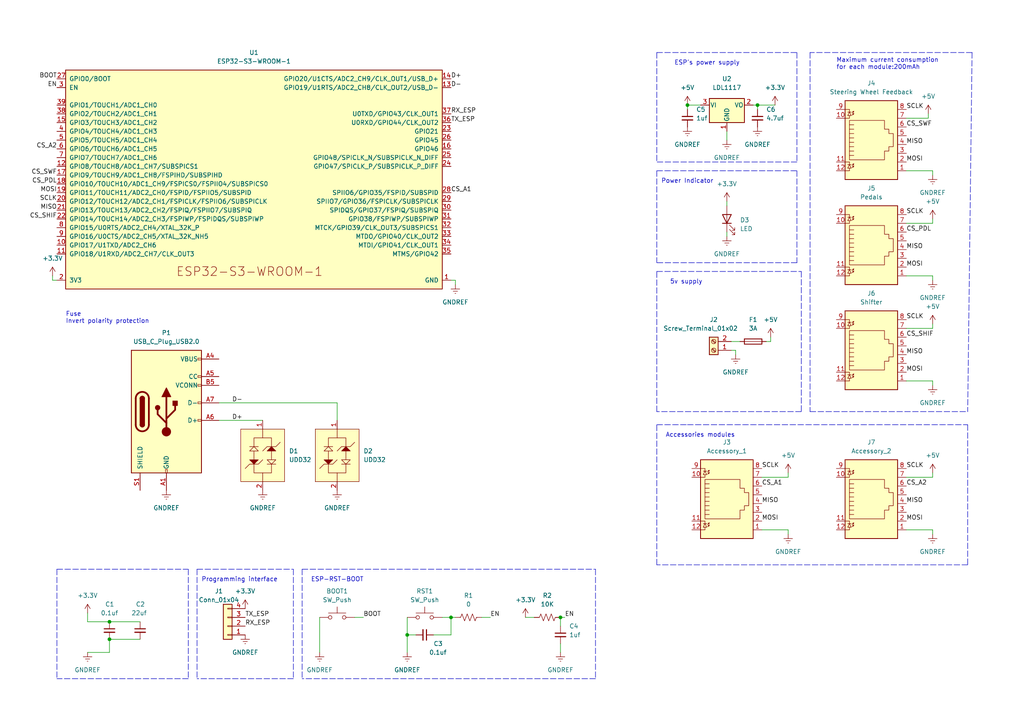
<source format=kicad_sch>
(kicad_sch (version 20211123) (generator eeschema)
  (paper "A4")
  (lib_symbols
    (symbol "CAE32:UDD32"
      (property "Reference" "D" (at 0 7.62 0))
      (property "Value" "UDD32" (at 0 5.08 0))
      (symbol "UDD32_0_1"
        (rectangle (start -7.62 3.81) (end 7.62 -8.89) (fill (type background)))
        (polyline (pts (xy -5.08 -2.54) (xy -7.62 -2.54)))
        (polyline (pts (xy -2.54 -6.35) (xy -2.54 -3.81)))
        (polyline (pts (xy 2.54 1.27) (xy 2.54 -1.27)))
        (polyline (pts (xy 5.08 -2.54) (xy 7.62 -2.54)))
        (polyline (pts (xy -2.54 0) (xy -2.54 -1.27) (xy -1.27 -2.54)))
        (polyline (pts (xy -2.54 0) (xy -2.54 1.27) (xy -3.81 2.54)))
        (polyline (pts (xy 2.54 -5.08) (xy 2.54 -6.35) (xy 3.81 -7.62)))
        (polyline (pts (xy 2.54 -5.08) (xy 2.54 -3.81) (xy 1.27 -2.54)))
        (polyline (pts (xy -2.54 -5.08) (xy -5.08 -5.08) (xy -5.08 0) (xy -2.54 0)))
        (polyline (pts (xy -2.54 0) (xy -1.27 1.27) (xy -1.27 -1.27) (xy -2.54 0)) (fill (type outline)))
        (polyline (pts (xy 2.54 -5.08) (xy 1.27 -6.35) (xy 1.27 -3.81) (xy 2.54 -5.08)) (fill (type outline)))
        (polyline (pts (xy 2.54 0) (xy 5.08 0) (xy 5.08 -5.08) (xy 2.54 -5.08)))
        (polyline (pts (xy -1.27 0) (xy 1.27 0) (xy 1.27 1.27) (xy 2.54 0) (xy 1.27 -1.27) (xy 1.27 0)))
        (polyline (pts (xy 1.27 -5.08) (xy -1.27 -5.08) (xy -1.27 -6.35) (xy -2.54 -5.08) (xy -1.27 -3.81) (xy -1.27 -5.08)))
      )
      (symbol "UDD32_1_1"
        (pin bidirectional line (at -10.16 -2.54 0) (length 2.54) (name "") (number "1"))
        (pin bidirectional line (at 10.16 -2.54 180) (length 2.54) (name "") (number "2"))
      )
    )
    (symbol "Connector:RJ45_LED" (pin_names (offset 1.016))
      (property "Reference" "J" (at -5.08 13.97 0))
      (property "Value" "RJ45_LED" (at 1.27 13.97 0))
      (symbol "RJ45_LED_0_1"
        (polyline (pts (xy -7.62 -7.62) (xy -6.35 -7.62)))
        (polyline (pts (xy -7.62 -5.08) (xy -6.35 -5.08)))
        (polyline (pts (xy -7.62 7.62) (xy -6.35 7.62)))
        (polyline (pts (xy -7.62 10.16) (xy -6.35 10.16)))
        (polyline (pts (xy -6.858 -5.842) (xy -5.842 -5.842)))
        (polyline (pts (xy -6.858 9.398) (xy -5.842 9.398)))
        (polyline (pts (xy -6.35 -7.62) (xy -6.35 -6.858)))
        (polyline (pts (xy -6.35 -5.08) (xy -6.35 -5.842)))
        (polyline (pts (xy -6.35 7.62) (xy -6.35 8.382)))
        (polyline (pts (xy -6.35 10.16) (xy -6.35 9.398)))
        (polyline (pts (xy -5.08 -6.223) (xy -5.207 -6.604)))
        (polyline (pts (xy -5.08 -5.588) (xy -5.207 -5.969)))
        (polyline (pts (xy -5.08 4.445) (xy -6.35 4.445)))
        (polyline (pts (xy -5.08 5.715) (xy -6.35 5.715)))
        (polyline (pts (xy -5.08 9.017) (xy -5.207 8.636)))
        (polyline (pts (xy -5.08 9.652) (xy -5.207 9.271)))
        (polyline (pts (xy -6.35 -3.175) (xy -5.08 -3.175) (xy -5.08 -3.175)))
        (polyline (pts (xy -6.35 -1.905) (xy -5.08 -1.905) (xy -5.08 -1.905)))
        (polyline (pts (xy -6.35 -0.635) (xy -5.08 -0.635) (xy -5.08 -0.635)))
        (polyline (pts (xy -6.35 0.635) (xy -5.08 0.635) (xy -5.08 0.635)))
        (polyline (pts (xy -6.35 1.905) (xy -5.08 1.905) (xy -5.08 1.905)))
        (polyline (pts (xy -5.588 -6.731) (xy -5.08 -6.223) (xy -5.461 -6.35)))
        (polyline (pts (xy -5.588 -6.096) (xy -5.08 -5.588) (xy -5.461 -5.715)))
        (polyline (pts (xy -5.588 8.509) (xy -5.08 9.017) (xy -5.461 8.89)))
        (polyline (pts (xy -5.588 9.144) (xy -5.08 9.652) (xy -5.461 9.525)))
        (polyline (pts (xy -5.08 3.175) (xy -6.35 3.175) (xy -6.35 3.175)))
        (polyline (pts (xy -6.35 -5.842) (xy -6.858 -6.858) (xy -5.842 -6.858) (xy -6.35 -5.842)))
        (polyline (pts (xy -6.35 9.398) (xy -6.858 8.382) (xy -5.842 8.382) (xy -6.35 9.398)))
        (polyline (pts (xy -6.35 -4.445) (xy -6.35 6.985) (xy 3.81 6.985) (xy 3.81 4.445) (xy 5.08 4.445) (xy 5.08 3.175) (xy 6.35 3.175) (xy 6.35 -0.635) (xy 5.08 -0.635) (xy 5.08 -1.905) (xy 3.81 -1.905) (xy 3.81 -4.445) (xy -6.35 -4.445) (xy -6.35 -4.445)))
        (rectangle (start 7.62 12.7) (end -7.62 -10.16) (stroke (width 0.254)) (fill (type background)))
      )
      (symbol "RJ45_LED_1_1"
        (pin passive line (at 10.16 -7.62 180) (length 2.54) (name "~") (number "1"))
        (pin passive line (at -10.16 7.62 0) (length 2.54) (name "~") (number "10"))
        (pin passive line (at -10.16 -5.08 0) (length 2.54) (name "~") (number "11"))
        (pin passive line (at -10.16 -7.62 0) (length 2.54) (name "~") (number "12"))
        (pin passive line (at 10.16 -5.08 180) (length 2.54) (name "~") (number "2"))
        (pin passive line (at 10.16 -2.54 180) (length 2.54) (name "~") (number "3"))
        (pin passive line (at 10.16 0 180) (length 2.54) (name "~") (number "4"))
        (pin passive line (at 10.16 2.54 180) (length 2.54) (name "~") (number "5"))
        (pin passive line (at 10.16 5.08 180) (length 2.54) (name "~") (number "6"))
        (pin passive line (at 10.16 7.62 180) (length 2.54) (name "~") (number "7"))
        (pin passive line (at 10.16 10.16 180) (length 2.54) (name "~") (number "8"))
        (pin passive line (at -10.16 10.16 0) (length 2.54) (name "~") (number "9"))
      )
    )
    (symbol "Connector:Screw_Terminal_01x02" (pin_names (offset 1.016) hide)
      (property "Reference" "J" (at 0 2.54 0))
      (property "Value" "Screw_Terminal_01x02" (at 0 -5.08 0))
      (symbol "Screw_Terminal_01x02_1_1"
        (rectangle (start -1.27 1.27) (end 1.27 -3.81) (stroke (width 0.254)) (fill (type background)))
        (circle (center 0 -2.54) (radius 0.635) (stroke (width 0.1524)))
        (polyline (pts (xy -0.5334 -2.2098) (xy 0.3302 -3.048)) (stroke (width 0.1524)))
        (polyline (pts (xy -0.5334 0.3302) (xy 0.3302 -0.508)) (stroke (width 0.1524)))
        (polyline (pts (xy -0.3556 -2.032) (xy 0.508 -2.8702)) (stroke (width 0.1524)))
        (polyline (pts (xy -0.3556 0.508) (xy 0.508 -0.3302)) (stroke (width 0.1524)))
        (circle (center 0 0) (radius 0.635) (stroke (width 0.1524)))
        (pin passive line (at -5.08 0 0) (length 3.81) (name "Pin_1") (number "1"))
        (pin passive line (at -5.08 -2.54 0) (length 3.81) (name "Pin_2") (number "2"))
      )
    )
    (symbol "Connector:USB_C_Plug_USB2.0" (pin_names (offset 1.016))
      (property "Reference" "P" (at -10.16 19.05 0))
      (property "Value" "USB_C_Plug_USB2.0" (at 12.7 19.05 0))
      (symbol "USB_C_Plug_USB2.0_0_0"
        (rectangle (start -0.254 -17.78) (end 0.254 -16.764))
        (rectangle (start 10.16 -2.286) (end 9.144 -2.794))
        (rectangle (start 10.16 2.794) (end 9.144 2.286))
        (rectangle (start 10.16 7.874) (end 9.144 7.366))
        (rectangle (start 10.16 10.414) (end 9.144 9.906))
        (rectangle (start 10.16 15.494) (end 9.144 14.986))
      )
      (symbol "USB_C_Plug_USB2.0_0_1"
        (rectangle (start -10.16 17.78) (end 10.16 -17.78) (stroke (width 0.254)) (fill (type background)))
        (arc (start -8.89 -3.81) (mid -6.985 -5.715) (end -5.08 -3.81) (stroke (width 0.508)))
        (arc (start -7.62 -3.81) (mid -6.985 -4.445) (end -6.35 -3.81) (stroke (width 0.254)))
        (arc (start -7.62 -3.81) (mid -6.985 -4.445) (end -6.35 -3.81) (stroke (width 0.254)) (fill (type outline)))
        (rectangle (start -7.62 -3.81) (end -6.35 3.81) (stroke (width 0.254)) (fill (type outline)))
        (arc (start -6.35 3.81) (mid -6.985 4.445) (end -7.62 3.81) (stroke (width 0.254)))
        (arc (start -6.35 3.81) (mid -6.985 4.445) (end -7.62 3.81) (stroke (width 0.254)) (fill (type outline)))
        (arc (start -5.08 3.81) (mid -6.985 5.715) (end -8.89 3.81) (stroke (width 0.508)))
        (circle (center -2.54 1.143) (radius 0.635) (stroke (width 0.254)) (fill (type outline)))
        (circle (center 0 -5.842) (radius 1.27) (fill (type outline)))
        (polyline (pts (xy -8.89 -3.81) (xy -8.89 3.81)) (stroke (width 0.508)))
        (polyline (pts (xy -5.08 3.81) (xy -5.08 -3.81)) (stroke (width 0.508)))
        (polyline (pts (xy 0 -5.842) (xy 0 4.318)) (stroke (width 0.508)))
        (polyline (pts (xy 0 -3.302) (xy -2.54 -0.762) (xy -2.54 0.508)) (stroke (width 0.508)))
        (polyline (pts (xy 0 -2.032) (xy 2.54 0.508) (xy 2.54 1.778)) (stroke (width 0.508)))
        (polyline (pts (xy -1.27 4.318) (xy 0 6.858) (xy 1.27 4.318) (xy -1.27 4.318)) (stroke (width 0.254)) (fill (type outline)))
        (rectangle (start 1.905 1.778) (end 3.175 3.048) (stroke (width 0.254)) (fill (type outline)))
      )
      (symbol "USB_C_Plug_USB2.0_1_1"
        (pin passive line (at 0 -22.86 90) (length 5.08) (name "GND") (number "A1"))
        (pin passive line (at 0 -22.86 90) (length 5.08) hide (name "GND") (number "A12"))
        (pin passive line (at 15.24 15.24 180) (length 5.08) (name "VBUS") (number "A4"))
        (pin bidirectional line (at 15.24 10.16 180) (length 5.08) (name "CC") (number "A5"))
        (pin bidirectional line (at 15.24 -2.54 180) (length 5.08) (name "D+") (number "A6"))
        (pin bidirectional line (at 15.24 2.54 180) (length 5.08) (name "D-") (number "A7"))
        (pin passive line (at 15.24 15.24 180) (length 5.08) hide (name "VBUS") (number "A9"))
        (pin passive line (at 0 -22.86 90) (length 5.08) hide (name "GND") (number "B1"))
        (pin passive line (at 0 -22.86 90) (length 5.08) hide (name "GND") (number "B12"))
        (pin passive line (at 15.24 15.24 180) (length 5.08) hide (name "VBUS") (number "B4"))
        (pin bidirectional line (at 15.24 7.62 180) (length 5.08) (name "VCONN") (number "B5"))
        (pin passive line (at 15.24 15.24 180) (length 5.08) hide (name "VBUS") (number "B9"))
        (pin passive line (at -7.62 -22.86 90) (length 5.08) (name "SHIELD") (number "S1"))
      )
    )
    (symbol "Connector_Generic:Conn_01x04" (pin_names (offset 1.016) hide)
      (property "Reference" "J" (at 0 5.08 0))
      (property "Value" "Conn_01x04" (at 0 -7.62 0))
      (symbol "Conn_01x04_1_1"
        (rectangle (start -1.27 -4.953) (end 0 -5.207) (stroke (width 0.1524)))
        (rectangle (start -1.27 -2.413) (end 0 -2.667) (stroke (width 0.1524)))
        (rectangle (start -1.27 0.127) (end 0 -0.127) (stroke (width 0.1524)))
        (rectangle (start -1.27 2.667) (end 0 2.413) (stroke (width 0.1524)))
        (rectangle (start -1.27 3.81) (end 1.27 -6.35) (stroke (width 0.254)) (fill (type background)))
        (pin passive line (at -5.08 2.54 0) (length 3.81) (name "Pin_1") (number "1"))
        (pin passive line (at -5.08 0 0) (length 3.81) (name "Pin_2") (number "2"))
        (pin passive line (at -5.08 -2.54 0) (length 3.81) (name "Pin_3") (number "3"))
        (pin passive line (at -5.08 -5.08 0) (length 3.81) (name "Pin_4") (number "4"))
      )
    )
    (symbol "Device:C_Small" (pin_numbers hide) (pin_names (offset 0.254) hide)
      (property "Reference" "C" (at 0.254 1.778 0))
      (property "Value" "C_Small" (at 0.254 -2.032 0))
      (symbol "C_Small_0_1"
        (polyline (pts (xy -1.524 -0.508) (xy 1.524 -0.508)) (stroke (width 0.3302)))
        (polyline (pts (xy -1.524 0.508) (xy 1.524 0.508)) (stroke (width 0.3048)))
      )
      (symbol "C_Small_1_1"
        (pin passive line (at 0 2.54 270) (length 2.032) (name "~") (number "1"))
        (pin passive line (at 0 -2.54 90) (length 2.032) (name "~") (number "2"))
      )
    )
    (symbol "Device:Fuse" (pin_numbers hide) (pin_names (offset 0))
      (property "Reference" "F" (at 2.032 0 90))
      (property "Value" "Fuse" (at -1.905 0 90))
      (symbol "Fuse_0_1"
        (rectangle (start -0.762 -2.54) (end 0.762 2.54) (stroke (width 0.254)))
        (polyline (pts (xy 0 2.54) (xy 0 -2.54)))
      )
      (symbol "Fuse_1_1"
        (pin passive line (at 0 3.81 270) (length 1.27) (name "~") (number "1"))
        (pin passive line (at 0 -3.81 90) (length 1.27) (name "~") (number "2"))
      )
    )
    (symbol "Device:LED" (pin_numbers hide) (pin_names (offset 1.016) hide)
      (property "Reference" "D" (at 0 2.54 0))
      (property "Value" "LED" (at 0 -2.54 0))
      (symbol "LED_0_1"
        (polyline (pts (xy -1.27 -1.27) (xy -1.27 1.27)) (stroke (width 0.254)))
        (polyline (pts (xy -1.27 0) (xy 1.27 0)))
        (polyline (pts (xy 1.27 -1.27) (xy 1.27 1.27) (xy -1.27 0) (xy 1.27 -1.27)) (stroke (width 0.254)))
        (polyline (pts (xy -3.048 -0.762) (xy -4.572 -2.286) (xy -3.81 -2.286) (xy -4.572 -2.286) (xy -4.572 -1.524)))
        (polyline (pts (xy -1.778 -0.762) (xy -3.302 -2.286) (xy -2.54 -2.286) (xy -3.302 -2.286) (xy -3.302 -1.524)))
      )
      (symbol "LED_1_1"
        (pin passive line (at -3.81 0 0) (length 2.54) (name "K") (number "1"))
        (pin passive line (at 3.81 0 180) (length 2.54) (name "A") (number "2"))
      )
    )
    (symbol "Device:R_US" (pin_numbers hide) (pin_names (offset 0))
      (property "Reference" "R" (at 2.54 0 90))
      (property "Value" "R_US" (at -2.54 0 90))
      (symbol "R_US_0_1"
        (polyline (pts (xy 0 -2.286) (xy 0 -2.54)))
        (polyline (pts (xy 0 2.286) (xy 0 2.54)))
        (polyline (pts (xy 0 -0.762) (xy 1.016 -1.143) (xy 0 -1.524) (xy -1.016 -1.905) (xy 0 -2.286)))
        (polyline (pts (xy 0 0.762) (xy 1.016 0.381) (xy 0 0) (xy -1.016 -0.381) (xy 0 -0.762)))
        (polyline (pts (xy 0 2.286) (xy 1.016 1.905) (xy 0 1.524) (xy -1.016 1.143) (xy 0 0.762)))
      )
      (symbol "R_US_1_1"
        (pin passive line (at 0 3.81 270) (length 1.27) (name "~") (number "1"))
        (pin passive line (at 0 -3.81 90) (length 1.27) (name "~") (number "2"))
      )
    )
    (symbol "Espressif:ESP32-S3-WROOM-1" (pin_names (offset 1.016))
      (property "Reference" "U" (at -53.34 38.1 0))
      (property "Value" "ESP32-S3-WROOM-1" (at -53.34 35.56 0))
      (symbol "ESP32-S3-WROOM-1_0_0"
        (rectangle (start -53.34 33.02) (end 55.88 -30.48) (stroke (width 0.254)) (fill (type background)))
        (text "ESP32-S3-WROOM-1" (at 0 -25.4 0) (effects (font (size 2.54 2.54))))
        (pin power_in line (at 58.42 -27.94 180) (length 2.54) (name "GND") (number "1"))
        (pin bidirectional line (at -55.88 -17.78 0) (length 2.54) (name "GPIO17/U1TXD/ADC2_CH6") (number "10"))
        (pin bidirectional line (at -55.88 -20.32 0) (length 2.54) (name "GPIO18/U1RXD/ADC2_CH7/CLK_OUT3") (number "11"))
        (pin bidirectional line (at -55.88 5.08 0) (length 2.54) (name "GPIO8/TOUCH8/ADC1_CH7/SUBSPICS1") (number "12"))
        (pin bidirectional line (at 58.42 27.94 180) (length 2.54) (name "GPIO19/U1RTS/ADC2_CH8/CLK_OUT2/USB_D-") (number "13"))
        (pin bidirectional line (at 58.42 30.48 180) (length 2.54) (name "GPIO20/U1CTS/ADC2_CH9/CLK_OUT1/USB_D+") (number "14"))
        (pin bidirectional line (at -55.88 17.78 0) (length 2.54) (name "GPIO3/TOUCH3/ADC1_CH2") (number "15"))
        (pin bidirectional line (at 58.42 10.16 180) (length 2.54) (name "GPIO46") (number "16"))
        (pin bidirectional line (at -55.88 2.54 0) (length 2.54) (name "GPIO9/TOUCH9/ADC1_CH8/FSPIHD/SUBSPIHD") (number "17"))
        (pin bidirectional line (at -55.88 0 0) (length 2.54) (name "GPIO10/TOUCH10/ADC1_CH9/FSPICS0/FSPIIO4/SUBSPICS0") (number "18"))
        (pin bidirectional line (at -55.88 -2.54 0) (length 2.54) (name "GPIO11/TOUCH11/ADC2_CH0/FSPID/FSPIIO5/SUBSPID") (number "19"))
        (pin power_in line (at -55.88 -27.94 0) (length 2.54) (name "3V3") (number "2"))
        (pin bidirectional line (at -55.88 -5.08 0) (length 2.54) (name "GPIO12/TOUCH12/ADC2_CH1/FSPICLK/FSPIIO6/SUBSPICLK") (number "20"))
        (pin bidirectional line (at -55.88 -7.62 0) (length 2.54) (name "GPIO13/TOUCH13/ADC2_CH2/FSPIQ/FSPIIO7/SUBSPIQ") (number "21"))
        (pin bidirectional line (at -55.88 -10.16 0) (length 2.54) (name "GPIO14/TOUCH14/ADC2_CH3/FSPIWP/FSPIDQS/SUBSPIWP") (number "22"))
        (pin bidirectional line (at 58.42 15.24 180) (length 2.54) (name "GPIO21") (number "23"))
        (pin bidirectional line (at 58.42 5.08 180) (length 2.54) (name "GPIO47/SPICLK_P/SUBSPICLK_P_DIFF") (number "24"))
        (pin bidirectional line (at 58.42 7.62 180) (length 2.54) (name "GPIO48/SPICLK_N/SUBSPICLK_N_DIFF") (number "25"))
        (pin bidirectional line (at 58.42 12.7 180) (length 2.54) (name "GPIO45") (number "26"))
        (pin bidirectional line (at -55.88 30.48 0) (length 2.54) (name "GPIO0/BOOT") (number "27"))
        (pin bidirectional line (at 58.42 -2.54 180) (length 2.54) (name "SPIIO6/GPIO35/FSPID/SUBSPID") (number "28"))
        (pin bidirectional line (at 58.42 -5.08 180) (length 2.54) (name "SPIIO7/GPIO36/FSPICLK/SUBSPICLK") (number "29"))
        (pin input line (at -55.88 27.94 0) (length 2.54) (name "EN") (number "3"))
        (pin bidirectional line (at 58.42 -7.62 180) (length 2.54) (name "SPIDQS/GPIO37/FSPIQ/SUBSPIQ") (number "30"))
        (pin bidirectional line (at 58.42 -10.16 180) (length 2.54) (name "GPIO38/FSPIWP/SUBSPIWP") (number "31"))
        (pin bidirectional line (at 58.42 -12.7 180) (length 2.54) (name "MTCK/GPIO39/CLK_OUT3/SUBSPICS1") (number "32"))
        (pin bidirectional line (at 58.42 -15.24 180) (length 2.54) (name "MTDO/GPIO40/CLK_OUT2") (number "33"))
        (pin bidirectional line (at 58.42 -17.78 180) (length 2.54) (name "MTDI/GPIO41/CLK_OUT1") (number "34"))
        (pin bidirectional line (at 58.42 -20.32 180) (length 2.54) (name "MTMS/GPIO42") (number "35"))
        (pin bidirectional line (at 58.42 17.78 180) (length 2.54) (name "U0RXD/GPIO44/CLK_OUT2") (number "36"))
        (pin bidirectional line (at 58.42 20.32 180) (length 2.54) (name "U0TXD/GPIO43/CLK_OUT1") (number "37"))
        (pin bidirectional line (at -55.88 20.32 0) (length 2.54) (name "GPIO2/TOUCH2/ADC1_CH1") (number "38"))
        (pin bidirectional line (at -55.88 22.86 0) (length 2.54) (name "GPIO1/TOUCH1/ADC1_CH0") (number "39"))
        (pin bidirectional line (at -55.88 15.24 0) (length 2.54) (name "GPIO4/TOUCH4/ADC1_CH3") (number "4"))
        (pin passive line (at 58.42 -27.94 180) (length 2.54) hide (name "GND") (number "40"))
        (pin passive line (at 58.42 -27.94 180) (length 2.54) hide (name "GND") (number "41"))
        (pin bidirectional line (at -55.88 12.7 0) (length 2.54) (name "GPIO5/TOUCH5/ADC1_CH4") (number "5"))
        (pin bidirectional line (at -55.88 10.16 0) (length 2.54) (name "GPIO6/TOUCH6/ADC1_CH5") (number "6"))
        (pin bidirectional line (at -55.88 7.62 0) (length 2.54) (name "GPIO7/TOUCH7/ADC1_CH6") (number "7"))
        (pin bidirectional line (at -55.88 -12.7 0) (length 2.54) (name "GPIO15/U0RTS/ADC2_CH4/XTAL_32K_P") (number "8"))
        (pin bidirectional line (at -55.88 -15.24 0) (length 2.54) (name "GPIO16/U0CTS/ADC2_CH5/XTAL_32K_NH5") (number "9"))
      )
    )
    (symbol "Regulator_Linear:AP1117-33" (pin_names (offset 0.254))
      (property "Reference" "U" (at -3.81 3.175 0))
      (property "Value" "AP1117-33" (at 0 3.175 0))
      (symbol "AP1117-33_0_1"
        (rectangle (start -5.08 -5.08) (end 5.08 1.905) (stroke (width 0.254)) (fill (type background)))
      )
      (symbol "AP1117-33_1_1"
        (pin power_in line (at 0 -7.62 90) (length 2.54) (name "GND") (number "1"))
        (pin power_out line (at 7.62 0 180) (length 2.54) (name "VO") (number "2"))
        (pin power_in line (at -7.62 0 0) (length 2.54) (name "VI") (number "3"))
      )
    )
    (symbol "Switch:SW_Push" (pin_numbers hide) (pin_names (offset 1.016) hide)
      (property "Reference" "SW" (at 1.27 2.54 0))
      (property "Value" "SW_Push" (at 0 -1.524 0))
      (symbol "SW_Push_0_1"
        (circle (center -2.032 0) (radius 0.508))
        (polyline (pts (xy 0 1.27) (xy 0 3.048)))
        (polyline (pts (xy 2.54 1.27) (xy -2.54 1.27)))
        (circle (center 2.032 0) (radius 0.508))
        (pin passive line (at -5.08 0 0) (length 2.54) (name "1") (number "1"))
        (pin passive line (at 5.08 0 180) (length 2.54) (name "2") (number "2"))
      )
    )
    (symbol "power:+3.3V" (power) (pin_names (offset 0))
      (property "Value" "+3.3V" (at 0 3.556 0))
      (symbol "+3.3V_0_1"
        (polyline (pts (xy -0.762 1.27) (xy 0 2.54)))
        (polyline (pts (xy 0 0) (xy 0 2.54)))
        (polyline (pts (xy 0 2.54) (xy 0.762 1.27)))
      )
      (symbol "+3.3V_1_1"
        (pin power_in line (at 0 0 90) (length 0) hide (name "+3.3V") (number "1"))
      )
    )
    (symbol "power:+5V" (power) (pin_names (offset 0))
      (property "Value" "+5V" (at 0 3.556 0))
      (symbol "+5V_0_1"
        (polyline (pts (xy -0.762 1.27) (xy 0 2.54)))
        (polyline (pts (xy 0 0) (xy 0 2.54)))
        (polyline (pts (xy 0 2.54) (xy 0.762 1.27)))
      )
      (symbol "+5V_1_1"
        (pin power_in line (at 0 0 90) (length 0) hide (name "+5V") (number "1"))
      )
    )
    (symbol "power:GNDREF" (power) (pin_names (offset 0))
      (property "Value" "GNDREF" (at 0 -3.81 0))
      (symbol "GNDREF_0_1"
        (polyline (pts (xy -0.635 -1.905) (xy 0.635 -1.905)))
        (polyline (pts (xy -0.127 -2.54) (xy 0.127 -2.54)))
        (polyline (pts (xy 0 -1.27) (xy 0 0)))
        (polyline (pts (xy 1.27 -1.27) (xy -1.27 -1.27)))
      )
      (symbol "GNDREF_1_1"
        (pin power_in line (at 0 0 270) (length 0) hide (name "GNDREF") (number "1"))
      )
    )
  )
  (junction (at 162.56 179.07))
  (junction (at 31.75 180.34))
  (junction (at 219.71 30.48))
  (junction (at 199.39 30.48))
  (junction (at 118.11 184.15))
  (junction (at 130.81 179.07))
  (junction (at 31.75 185.42))
  (wire (pts (xy 228.6 153.67) (xy 228.6 154.94)))
  (wire (pts (xy 31.75 180.34) (xy 40.64 180.34)))
  (polyline (pts (xy 190.5 123.19) (xy 199.39 123.19)))
  (polyline (pts (xy 85.09 165.1) (xy 85.09 196.85)))
  (wire (pts (xy 199.39 30.48) (xy 199.39 31.75)))
  (wire (pts (xy 213.36 102.87) (xy 213.36 101.6)))
  (wire (pts (xy 132.08 82.55) (xy 132.08 81.28)))
  (polyline (pts (xy 190.5 163.83) (xy 190.5 123.19)))
  (polyline (pts (xy 234.95 119.38) (xy 280.67 119.38)))
  (polyline (pts (xy 54.61 196.85) (xy 16.51 196.85)))
  (wire (pts (xy 212.09 99.06) (xy 214.63 99.06)))
  (wire (pts (xy 223.52 99.06) (xy 223.52 97.79)))
  (wire (pts (xy 210.82 67.31) (xy 210.82 68.58)))
  (polyline (pts (xy 190.5 15.24) (xy 190.5 46.99)))
  (wire (pts (xy 15.24 80.01) (xy 15.24 81.28)))
  (polyline (pts (xy 231.14 46.99) (xy 190.5 46.99)))
  (wire (pts (xy 118.11 184.15) (xy 118.11 189.23)))
  (polyline (pts (xy 234.95 15.24) (xy 234.95 119.38)))
  (wire (pts (xy 130.81 184.15) (xy 130.81 179.07)))
  (wire (pts (xy 31.75 185.42) (xy 40.64 185.42)))
  (wire (pts (xy 31.75 189.23) (xy 31.75 185.42)))
  (polyline (pts (xy 190.5 15.24) (xy 231.14 15.24)))
  (wire (pts (xy 199.39 30.48) (xy 203.2 30.48)))
  (wire (pts (xy 270.51 138.43) (xy 262.89 138.43)))
  (wire (pts (xy 25.4 177.8) (xy 25.4 180.34)))
  (polyline (pts (xy 280.67 123.19) (xy 280.67 163.83)))
  (wire (pts (xy 210.82 38.1) (xy 210.82 40.64)))
  (polyline (pts (xy 87.63 165.1) (xy 172.72 165.1)))
  (wire (pts (xy 228.6 138.43) (xy 220.98 138.43)))
  (polyline (pts (xy 232.41 78.74) (xy 232.41 119.38)))
  (wire (pts (xy 270.51 63.5) (xy 270.51 64.77)))
  (wire (pts (xy 162.56 179.07) (xy 163.83 179.07)))
  (wire (pts (xy 92.71 179.07) (xy 92.71 189.23)))
  (wire (pts (xy 220.98 153.67) (xy 228.6 153.67)))
  (wire (pts (xy 270.51 49.53) (xy 270.51 50.8)))
  (wire (pts (xy 139.7 179.07) (xy 142.24 179.07)))
  (wire (pts (xy 25.4 189.23) (xy 31.75 189.23)))
  (wire (pts (xy 270.51 137.16) (xy 270.51 138.43)))
  (wire (pts (xy 118.11 179.07) (xy 118.11 184.15)))
  (wire (pts (xy 262.89 80.01) (xy 270.51 80.01)))
  (wire (pts (xy 15.24 81.28) (xy 16.51 81.28)))
  (wire (pts (xy 262.89 64.77) (xy 270.51 64.77)))
  (wire (pts (xy 130.81 179.07) (xy 132.08 179.07)))
  (polyline (pts (xy 281.94 15.24) (xy 280.67 119.38)))
  (wire (pts (xy 262.89 49.53) (xy 270.51 49.53)))
  (wire (pts (xy 270.51 111.76) (xy 270.51 110.49)))
  (wire (pts (xy 132.08 81.28) (xy 130.81 81.28)))
  (wire (pts (xy 118.11 184.15) (xy 120.65 184.15)))
  (wire (pts (xy 219.71 30.48) (xy 224.79 30.48)))
  (wire (pts (xy 270.51 153.67) (xy 270.51 154.94)))
  (wire (pts (xy 270.51 110.49) (xy 262.89 110.49)))
  (wire (pts (xy 25.4 180.34) (xy 31.75 180.34)))
  (wire (pts (xy 218.44 30.48) (xy 219.71 30.48)))
  (polyline (pts (xy 190.5 119.38) (xy 190.5 78.74)))
  (wire (pts (xy 219.71 30.48) (xy 219.71 31.75)))
  (polyline (pts (xy 172.72 165.1) (xy 172.72 196.85)))
  (polyline (pts (xy 85.09 196.85) (xy 57.15 196.85)))
  (polyline (pts (xy 87.63 165.1) (xy 87.63 196.85)))
  (wire (pts (xy 262.89 95.25) (xy 270.51 95.25)))
  (polyline (pts (xy 54.61 165.1) (xy 54.61 196.85)))
  (polyline (pts (xy 16.51 165.1) (xy 54.61 165.1)))
  (wire (pts (xy 152.4 179.07) (xy 154.94 179.07)))
  (polyline (pts (xy 281.94 15.24) (xy 234.95 15.24)))
  (wire (pts (xy 63.5 121.92) (xy 76.2 121.92)))
  (polyline (pts (xy 199.39 123.19) (xy 280.67 123.19)))
  (polyline (pts (xy 57.15 165.1) (xy 57.15 196.85)))
  (wire (pts (xy 270.51 80.01) (xy 270.51 81.28)))
  (wire (pts (xy 210.82 58.42) (xy 210.82 59.69)))
  (wire (pts (xy 270.51 95.25) (xy 270.51 93.98)))
  (polyline (pts (xy 16.51 165.1) (xy 16.51 196.85)))
  (polyline (pts (xy 172.72 196.85) (xy 87.63 196.85)))
  (polyline (pts (xy 190.5 49.53) (xy 231.14 49.53)))
  (polyline (pts (xy 231.14 15.24) (xy 231.14 46.99)))
  (polyline (pts (xy 190.5 78.74) (xy 190.5 78.74)))
  (wire (pts (xy 162.56 186.69) (xy 162.56 189.23)))
  (polyline (pts (xy 57.15 165.1) (xy 85.09 165.1)))
  (wire (pts (xy 262.89 153.67) (xy 270.51 153.67)))
  (wire (pts (xy 262.89 34.29) (xy 269.24 34.29)))
  (polyline (pts (xy 231.14 76.2) (xy 190.5 76.2)))
  (wire (pts (xy 125.73 184.15) (xy 130.81 184.15)))
  (wire (pts (xy 228.6 137.16) (xy 228.6 138.43)))
  (polyline (pts (xy 190.5 49.53) (xy 190.5 76.2)))
  (wire (pts (xy 162.56 179.07) (xy 162.56 181.61)))
  (wire (pts (xy 269.24 34.29) (xy 269.24 33.02)))
  (wire (pts (xy 222.25 99.06) (xy 223.52 99.06)))
  (wire (pts (xy 97.79 116.84) (xy 97.79 121.92)))
  (polyline (pts (xy 232.41 119.38) (xy 190.5 119.38)))
  (wire (pts (xy 102.87 179.07) (xy 105.41 179.07)))
  (polyline (pts (xy 231.14 49.53) (xy 231.14 76.2)))
  (wire (pts (xy 128.27 179.07) (xy 130.81 179.07)))
  (wire (pts (xy 213.36 101.6) (xy 212.09 101.6)))
  (polyline (pts (xy 190.5 78.74) (xy 232.41 78.74)))
  (polyline (pts (xy 280.67 163.83) (xy 190.5 163.83)))
  (wire (pts (xy 63.5 116.84) (xy 97.79 116.84)))
  (text "Fuse\nInvert polarity protection" (at 19.05 93.98 0) (effects (font (size 1.27 1.27)) (justify left bottom)))
  (text "Maximum current consumption\nfor each module:200mAh" (at 242.57 20.32 0) (effects (font (size 1.27 1.27)) (justify left bottom)))
  (text "Power Indicator" (at 191.77 53.34 0) (effects (font (size 1.27 1.27)) (justify left bottom)))
  (text "Accessories modules" (at 193.04 127 0) (effects (font (size 1.27 1.27)) (justify left bottom)))
  (text "5v supply" (at 194.31 82.55 0) (effects (font (size 1.27 1.27)) (justify left bottom)))
  (text "Programming interface" (at 58.42 168.91 0) (effects (font (size 1.27 1.27)) (justify left bottom)))
  (text "ESP's power supply" (at 195.58 19.05 0) (effects (font (size 1.27 1.27)) (justify left bottom)))
  (text "ESP-RST-BOOT\n" (at 90.17 168.91 0) (effects (font (size 1.27 1.27)) (justify left bottom)))
  (label "D-" (at 67.31 116.84 0))
  (label "SCLK" (at 262.89 135.89 0))
  (label "CS_PDL" (at 262.89 67.31 0))
  (label "MOSI" (at 262.89 77.47 0))
  (label "SCLK" (at 16.51 58.42 180))
  (label "CS_SHIF" (at 16.51 63.5 180))
  (label "BOOT" (at 105.41 179.07 0))
  (label "RX_ESP" (at 71.12 181.61 0))
  (label "BOOT" (at 16.51 22.86 180))
  (label "CS_A2" (at 16.51 43.18 180))
  (label "SCLK" (at 262.89 62.23 0))
  (label "MISO" (at 220.98 146.05 0))
  (label "MISO" (at 262.89 146.05 0))
  (label "TX_ESP" (at 130.81 35.56 0))
  (label "EN" (at 142.24 179.07 0))
  (label "MOSI" (at 262.89 107.95 0))
  (label "D+" (at 130.81 22.86 0))
  (label "CS_SWF" (at 262.89 36.83 0))
  (label "SCLK" (at 262.89 92.71 0))
  (label "TX_ESP" (at 71.12 179.07 0))
  (label "CS_A2" (at 262.89 140.97 0))
  (label "D+" (at 67.31 121.92 0))
  (label "MOSI" (at 262.89 46.99 0))
  (label "EN" (at 16.51 25.4 180))
  (label "MISO" (at 262.89 41.91 0))
  (label "CS_A1" (at 130.81 55.88 0))
  (label "SCLK" (at 220.98 135.89 0))
  (label "SCLK" (at 262.89 31.75 0))
  (label "CS_PDL" (at 16.51 53.34 180))
  (label "CS_SWF" (at 16.51 50.8 180))
  (label "CS_SHIF" (at 262.89 97.79 0))
  (label "MOSI" (at 262.89 151.13 0))
  (label "D-" (at 130.81 25.4 0))
  (label "CS_A1" (at 220.98 140.97 0))
  (label "EN" (at 163.83 179.07 0))
  (label "MISO" (at 262.89 102.87 0))
  (label "MISO" (at 16.51 60.96 180))
  (label "MISO" (at 262.89 72.39 0))
  (label "MOSI" (at 16.51 55.88 180))
  (label "RX_ESP" (at 130.81 33.02 0))
  (label "MOSI" (at 220.98 151.13 0))
  (symbol (lib_id "Device:LED") (at 210.82 63.5 90) (unit 1)
    (property "Reference" "D3" (at 214.63 63.8174 90) (effects (justify right)))
    (property "Value" "LED" (at 214.63 66.3574 90) (effects (justify right)))
    (property "Footprint" "LED_SMD:LED_0805_2012Metric_Pad1.15x1.40mm_HandSolder" (effects hide))
  )
  (symbol (lib_id "Device:C_Small") (at 40.64 182.88 0) (unit 1)
    (property "Reference" "C2" (at 39.37 175.26 0) (effects (justify left)))
    (property "Value" "22uf" (at 38.1 177.8 0) (effects (justify left)))
    (property "Footprint" "Capacitor_SMD:C_0805_2012Metric_Pad1.18x1.45mm_HandSolder" (effects hide))
  )
  (symbol (lib_id "power:GNDREF") (at 219.71 36.83 0) (unit 1)
    (property "Reference" "#PWR020" (effects hide))
    (property "Value" "GNDREF" (at 219.71 41.91 0))
  )
  (symbol (lib_id "power:GNDREF") (at 210.82 40.64 0) (unit 1)
    (property "Reference" "#PWR016" (effects hide))
    (property "Value" "GNDREF" (at 210.82 45.72 0))
  )
  (symbol (lib_id "Regulator_Linear:AP1117-33") (at 210.82 30.48 0) (unit 1)
    (property "Reference" "U2" (at 210.82 22.86 0))
    (property "Value" "LDL1117" (at 210.82 25.4 0))
    (property "Footprint" "Package_TO_SOT_SMD:SOT-223-3_TabPin2" (effects hide))
    (property "Datasheet" "http://www.diodes.com/datasheets/AP1117.pdf" (effects hide))
  )
  (symbol (lib_id "power:GNDREF") (at 213.36 102.87 0) (unit 1)
    (property "Reference" "#PWR019" (effects hide))
    (property "Value" "GNDREF" (at 213.36 107.95 0))
  )
  (symbol (lib_id "power:GNDREF") (at 270.51 81.28 0) (unit 1)
    (property "Reference" "#PWR028" (effects hide))
    (property "Value" "GNDREF" (at 270.51 86.36 0))
  )
  (symbol (lib_id "Device:C_Small") (at 219.71 34.29 0) (unit 1)
    (property "Reference" "C6" (at 222.25 31.75 0) (effects (justify left)))
    (property "Value" "4.7uf" (at 222.25 34.29 0) (effects (justify left)))
    (property "Footprint" "Capacitor_SMD:C_0805_2012Metric_Pad1.18x1.45mm_HandSolder" (effects hide))
  )
  (symbol (lib_id "power:GNDREF") (at 162.56 189.23 0) (unit 1)
    (property "Reference" "#PWR013" (effects hide))
    (property "Value" "GNDREF" (at 162.56 194.31 0))
  )
  (symbol (lib_id "Device:C_Small") (at 31.75 182.88 0) (unit 1)
    (property "Reference" "C1" (at 30.48 175.26 0) (effects (justify left)))
    (property "Value" "0.1uf" (at 29.21 177.8 0) (effects (justify left)))
    (property "Footprint" "Capacitor_SMD:C_0805_2012Metric_Pad1.18x1.45mm_HandSolder" (effects hide))
  )
  (symbol (lib_id "Connector_Generic:Conn_01x04") (at 66.04 181.61 180) (unit 1)
    (property "Reference" "J1" (at 63.5 171.45 0))
    (property "Value" "Conn_01x04" (at 63.5 173.99 0))
    (property "Footprint" "Connector_PinHeader_2.54mm:PinHeader_1x04_P2.54mm_Vertical" (effects hide))
  )
  (symbol (lib_id "Device:R_US") (at 158.75 179.07 90) (unit 1)
    (property "Reference" "R2" (at 158.75 172.72 90))
    (property "Value" "10K" (at 158.75 175.26 90))
    (property "Footprint" "Resistor_SMD:R_0805_2012Metric_Pad1.20x1.40mm_HandSolder" (effects hide))
  )
  (symbol (lib_id "power:+5V") (at 269.24 33.02 0) (unit 1)
    (property "Reference" "#PWR025" (effects hide))
    (property "Value" "+5V" (at 269.24 27.94 0))
  )
  (symbol (lib_id "power:GNDREF") (at 270.51 50.8 0) (unit 1)
    (property "Reference" "#PWR026" (effects hide))
    (property "Value" "GNDREF" (at 270.51 55.88 0))
  )
  (symbol (lib_id "power:+5V") (at 199.39 30.48 0) (mirror y) (unit 1)
    (property "Reference" "#PWR014" (effects hide))
    (property "Value" "+5V" (at 199.39 25.4 0))
  )
  (symbol (lib_id "Connector:RJ45_LED") (at 252.73 102.87 0) (unit 1)
    (property "Reference" "J6" (at 252.73 85.09 0))
    (property "Value" "Shifter" (at 252.73 87.63 0))
    (property "Footprint" "Connector_RJ:RJ45_Amphenol_RJHSE538X" (effects hide))
  )
  (symbol (lib_id "power:+5V") (at 228.6 137.16 0) (unit 1)
    (property "Reference" "#PWR023" (effects hide))
    (property "Value" "+5V" (at 228.6 132.08 0))
  )
  (symbol (lib_id "power:+5V") (at 223.52 97.79 0) (unit 1)
    (property "Reference" "#PWR021" (effects hide))
    (property "Value" "+5V" (at 223.52 92.71 0))
  )
  (symbol (lib_id "Device:C_Small") (at 123.19 184.15 270) (unit 1)
    (property "Reference" "C3" (at 125.73 186.69 90) (effects (justify left)))
    (property "Value" "0.1uf" (at 124.46 189.23 90) (effects (justify left)))
    (property "Footprint" "Capacitor_SMD:C_0805_2012Metric_Pad1.18x1.45mm_HandSolder" (effects hide))
  )
  (symbol (lib_id "power:GNDREF") (at 199.39 36.83 0) (unit 1)
    (property "Reference" "#PWR015" (effects hide))
    (property "Value" "GNDREF" (at 199.39 41.91 0))
  )
  (symbol (lib_id "power:+5V") (at 270.51 93.98 0) (unit 1)
    (property "Reference" "#PWR029" (effects hide))
    (property "Value" "+5V" (at 270.51 88.9 0))
  )
  (symbol (lib_id "power:+3.3V") (at 25.4 177.8 0) (unit 1)
    (property "Reference" "#PWR02" (effects hide))
    (property "Value" "+3.3V" (at 25.4 172.72 0))
  )
  (symbol (lib_id "power:+3.3V") (at 152.4 179.07 0) (unit 1)
    (property "Reference" "#PWR012" (effects hide))
    (property "Value" "+3.3V" (at 152.4 173.99 0))
  )
  (symbol (lib_id "power:+3.3V") (at 15.24 80.01 0) (unit 1)
    (property "Reference" "#PWR01" (effects hide))
    (property "Value" "+3.3V" (at 15.24 74.93 0))
  )
  (symbol (lib_id "Device:C_Small") (at 162.56 184.15 0) (unit 1)
    (property "Reference" "C4" (at 165.1 181.61 0) (effects (justify left)))
    (property "Value" "1uf" (at 165.1 184.15 0) (effects (justify left)))
    (property "Footprint" "Capacitor_SMD:C_0805_2012Metric_Pad1.18x1.45mm_HandSolder" (effects hide))
  )
  (symbol (lib_id "power:GNDREF") (at 25.4 189.23 0) (unit 1)
    (property "Reference" "#PWR03" (effects hide))
    (property "Value" "GNDREF" (at 25.4 194.31 0))
  )
  (symbol (lib_id "CAE32:UDD32") (at 78.74 132.08 270) (unit 1)
    (property "Reference" "D1" (at 83.82 130.8099 90) (effects (justify left)))
    (property "Value" "UDD32" (at 83.82 133.3499 90) (effects (justify left)))
    (property "Footprint" "CAE:UDD32" (effects hide))
  )
  (symbol (lib_id "power:GNDREF") (at 270.51 111.76 0) (unit 1)
    (property "Reference" "#PWR030" (effects hide))
    (property "Value" "GNDREF" (at 270.51 116.84 0))
  )
  (symbol (lib_id "power:+3.3V") (at 224.79 30.48 0) (unit 1)
    (property "Reference" "#PWR022" (effects hide))
    (property "Value" "+3.3V" (at 224.79 25.4 0))
  )
  (symbol (lib_id "power:GNDREF") (at 76.2 142.24 0) (unit 1)
    (property "Reference" "#PWR07" (effects hide))
    (property "Value" "GNDREF" (at 76.2 147.32 0))
  )
  (symbol (lib_id "power:GNDREF") (at 132.08 82.55 0) (unit 1)
    (property "Reference" "#PWR011" (effects hide))
    (property "Value" "GNDREF" (at 132.08 87.63 0))
  )
  (symbol (lib_id "Device:Fuse") (at 218.44 99.06 90) (unit 1)
    (property "Reference" "F1" (at 218.44 92.71 90))
    (property "Value" "3A" (at 218.44 95.25 90))
    (property "Footprint" "Fuse:Fuse_1812_4532Metric_Pad1.30x3.40mm_HandSolder" (effects hide))
  )
  (symbol (lib_id "Connector:Screw_Terminal_01x02") (at 207.01 101.6 180) (unit 1)
    (property "Reference" "J2" (at 207.01 92.71 0))
    (property "Value" "Screw_Terminal_01x02" (at 203.2 95.25 0))
    (property "Footprint" "TerminalBlock:TerminalBlock_bornier-2_P5.08mm" (effects hide))
  )
  (symbol (lib_id "power:GNDREF") (at 48.26 142.24 0) (unit 1)
    (property "Reference" "#PWR04" (effects hide))
    (property "Value" "GNDREF" (at 48.26 147.32 0))
  )
  (symbol (lib_id "power:+5V") (at 270.51 63.5 0) (unit 1)
    (property "Reference" "#PWR027" (effects hide))
    (property "Value" "+5V" (at 270.51 58.42 0))
  )
  (symbol (lib_id "power:GNDREF") (at 97.79 142.24 0) (unit 1)
    (property "Reference" "#PWR09" (effects hide))
    (property "Value" "GNDREF" (at 97.79 147.32 0))
  )
  (symbol (lib_id "Connector:RJ45_LED") (at 252.73 41.91 0) (unit 1)
    (property "Reference" "J4" (at 252.73 24.13 0))
    (property "Value" "Steering Wheel Feedback" (at 252.73 26.67 0))
    (property "Footprint" "Connector_RJ:RJ45_Amphenol_RJHSE538X" (effects hide))
  )
  (symbol (lib_id "power:GNDREF") (at 228.6 154.94 0) (unit 1)
    (property "Reference" "#PWR024" (effects hide))
    (property "Value" "GNDREF" (at 228.6 160.02 0))
  )
  (symbol (lib_id "Espressif:ESP32-S3-WROOM-1") (at 72.39 53.34 0) (unit 1)
    (property "Reference" "U1" (at 73.66 15.24 0))
    (property "Value" "ESP32-S3-WROOM-1" (at 73.66 17.78 0))
    (property "Footprint" "Espressif:ESP32-S3-WROOM-1" (effects hide))
    (property "Datasheet" "https://www.espressif.com/sites/default/files/documentation/esp32-s3-wroom-1_wroom-1u_datasheet_en.pdf" (effects hide))
  )
  (symbol (lib_id "CAE32:UDD32") (at 100.33 132.08 270) (unit 1)
    (property "Reference" "D2" (at 105.41 130.8099 90) (effects (justify left)))
    (property "Value" "UDD32" (at 105.41 133.3499 90) (effects (justify left)))
    (property "Footprint" "CAE:UDD32" (effects hide))
  )
  (symbol (lib_id "Device:R_US") (at 135.89 179.07 90) (unit 1)
    (property "Reference" "R1" (at 135.89 172.72 90))
    (property "Value" "0" (at 135.89 175.26 90))
    (property "Footprint" "Resistor_SMD:R_0805_2012Metric_Pad1.20x1.40mm_HandSolder" (effects hide))
  )
  (symbol (lib_id "power:GNDREF") (at 270.51 154.94 0) (unit 1)
    (property "Reference" "#PWR032" (effects hide))
    (property "Value" "GNDREF" (at 270.51 160.02 0))
  )
  (symbol (lib_id "power:GNDREF") (at 210.82 68.58 0) (unit 1)
    (property "Reference" "#PWR018" (effects hide))
    (property "Value" "GNDREF" (at 210.82 73.66 0))
  )
  (symbol (lib_id "Connector:RJ45_LED") (at 210.82 146.05 0) (unit 1)
    (property "Reference" "J3" (at 210.82 128.27 0))
    (property "Value" "Accessory_1" (at 210.82 130.81 0))
    (property "Footprint" "Connector_RJ:RJ45_Amphenol_RJHSE538X" (effects hide))
  )
  (symbol (lib_id "Connector:RJ45_LED") (at 252.73 146.05 0) (unit 1)
    (property "Reference" "J7" (at 252.73 128.27 0))
    (property "Value" "Accessory_2" (at 252.73 130.81 0))
    (property "Footprint" "Connector_RJ:RJ45_Amphenol_RJHSE538X" (effects hide))
  )
  (symbol (lib_id "power:+3.3V") (at 210.82 58.42 0) (unit 1)
    (property "Reference" "#PWR017" (effects hide))
    (property "Value" "+3.3V" (at 210.82 53.34 0))
  )
  (symbol (lib_id "power:GNDREF") (at 118.11 189.23 0) (unit 1)
    (property "Reference" "#PWR010" (effects hide))
    (property "Value" "GNDREF" (at 118.11 194.31 0))
  )
  (symbol (lib_id "Connector:USB_C_Plug_USB2.0") (at 48.26 119.38 0) (unit 1)
    (property "Reference" "P1" (at 48.26 96.52 0))
    (property "Value" "USB_C_Plug_USB2.0" (at 48.26 99.06 0))
    (property "Footprint" "Connector_USB:USB_C_Receptacle_Palconn_UTC16-G" (effects hide))
    (property "Datasheet" "https://www.usb.org/sites/default/files/documents/usb_type-c.zip" (effects hide))
  )
  (symbol (lib_id "power:+3.3V") (at 71.12 176.53 0) (unit 1)
    (property "Reference" "#PWR05" (effects hide))
    (property "Value" "+3.3V" (at 71.12 171.45 0))
  )
  (symbol (lib_id "Connector:RJ45_LED") (at 252.73 72.39 0) (unit 1)
    (property "Reference" "J5" (at 252.73 54.61 0))
    (property "Value" "Pedals" (at 252.73 57.15 0))
    (property "Footprint" "Connector_RJ:RJ45_Amphenol_RJHSE538X" (effects hide))
  )
  (symbol (lib_id "Switch:SW_Push") (at 123.19 179.07 0) (unit 1)
    (property "Reference" "RST1" (at 123.19 171.45 0))
    (property "Value" "SW_Push" (at 123.19 173.99 0))
    (property "Footprint" "Button_Switch_SMD:SW_Push_1P1T_NO_CK_KSC6xxJ" (effects hide))
  )
  (symbol (lib_id "power:+5V") (at 270.51 137.16 0) (unit 1)
    (property "Reference" "#PWR031" (effects hide))
    (property "Value" "+5V" (at 270.51 132.08 0))
  )
  (symbol (lib_id "Device:C_Small") (at 199.39 34.29 0) (unit 1)
    (property "Reference" "C5" (at 201.93 31.75 0) (effects (justify left)))
    (property "Value" "1uf" (at 201.93 34.29 0) (effects (justify left)))
    (property "Footprint" "Capacitor_SMD:C_0805_2012Metric_Pad1.18x1.45mm_HandSolder" (effects hide))
  )
  (symbol (lib_id "power:GNDREF") (at 92.71 189.23 0) (unit 1)
    (property "Reference" "#PWR08" (effects hide))
    (property "Value" "GNDREF" (at 92.71 194.31 0))
  )
  (symbol (lib_id "power:GNDREF") (at 71.12 184.15 0) (unit 1)
    (property "Reference" "#PWR06" (effects hide))
    (property "Value" "GNDREF" (at 71.12 189.23 0))
  )
  (symbol (lib_id "Switch:SW_Push") (at 97.79 179.07 0) (unit 1)
    (property "Reference" "BOOT1" (at 97.79 171.45 0))
    (property "Value" "SW_Push" (at 97.79 173.99 0))
    (property "Footprint" "Button_Switch_SMD:SW_Push_1P1T_NO_CK_KSC6xxJ" (effects hide))
  )
)
</source>
